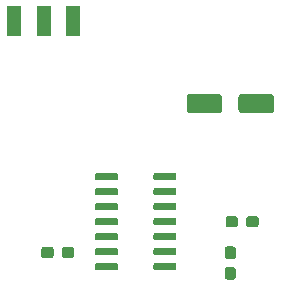
<source format=gbr>
G04 #@! TF.GenerationSoftware,KiCad,Pcbnew,(5.1.4-0-10_14)*
G04 #@! TF.CreationDate,2019-09-30T00:54:37+02:00*
G04 #@! TF.ProjectId,APC,4150432e-6b69-4636-9164-5f7063625858,rev?*
G04 #@! TF.SameCoordinates,Original*
G04 #@! TF.FileFunction,Paste,Top*
G04 #@! TF.FilePolarity,Positive*
%FSLAX46Y46*%
G04 Gerber Fmt 4.6, Leading zero omitted, Abs format (unit mm)*
G04 Created by KiCad (PCBNEW (5.1.4-0-10_14)) date 2019-09-30 00:54:37*
%MOMM*%
%LPD*%
G04 APERTURE LIST*
%ADD10C,0.100000*%
%ADD11C,0.600000*%
%ADD12R,1.250000X2.500000*%
%ADD13C,0.950000*%
%ADD14C,1.600000*%
G04 APERTURE END LIST*
D10*
G36*
X138364703Y-73510722D02*
G01*
X138379264Y-73512882D01*
X138393543Y-73516459D01*
X138407403Y-73521418D01*
X138420710Y-73527712D01*
X138433336Y-73535280D01*
X138445159Y-73544048D01*
X138456066Y-73553934D01*
X138465952Y-73564841D01*
X138474720Y-73576664D01*
X138482288Y-73589290D01*
X138488582Y-73602597D01*
X138493541Y-73616457D01*
X138497118Y-73630736D01*
X138499278Y-73645297D01*
X138500000Y-73660000D01*
X138500000Y-73960000D01*
X138499278Y-73974703D01*
X138497118Y-73989264D01*
X138493541Y-74003543D01*
X138488582Y-74017403D01*
X138482288Y-74030710D01*
X138474720Y-74043336D01*
X138465952Y-74055159D01*
X138456066Y-74066066D01*
X138445159Y-74075952D01*
X138433336Y-74084720D01*
X138420710Y-74092288D01*
X138407403Y-74098582D01*
X138393543Y-74103541D01*
X138379264Y-74107118D01*
X138364703Y-74109278D01*
X138350000Y-74110000D01*
X136700000Y-74110000D01*
X136685297Y-74109278D01*
X136670736Y-74107118D01*
X136656457Y-74103541D01*
X136642597Y-74098582D01*
X136629290Y-74092288D01*
X136616664Y-74084720D01*
X136604841Y-74075952D01*
X136593934Y-74066066D01*
X136584048Y-74055159D01*
X136575280Y-74043336D01*
X136567712Y-74030710D01*
X136561418Y-74017403D01*
X136556459Y-74003543D01*
X136552882Y-73989264D01*
X136550722Y-73974703D01*
X136550000Y-73960000D01*
X136550000Y-73660000D01*
X136550722Y-73645297D01*
X136552882Y-73630736D01*
X136556459Y-73616457D01*
X136561418Y-73602597D01*
X136567712Y-73589290D01*
X136575280Y-73576664D01*
X136584048Y-73564841D01*
X136593934Y-73553934D01*
X136604841Y-73544048D01*
X136616664Y-73535280D01*
X136629290Y-73527712D01*
X136642597Y-73521418D01*
X136656457Y-73516459D01*
X136670736Y-73512882D01*
X136685297Y-73510722D01*
X136700000Y-73510000D01*
X138350000Y-73510000D01*
X138364703Y-73510722D01*
X138364703Y-73510722D01*
G37*
D11*
X137525000Y-73810000D03*
D10*
G36*
X138364703Y-72240722D02*
G01*
X138379264Y-72242882D01*
X138393543Y-72246459D01*
X138407403Y-72251418D01*
X138420710Y-72257712D01*
X138433336Y-72265280D01*
X138445159Y-72274048D01*
X138456066Y-72283934D01*
X138465952Y-72294841D01*
X138474720Y-72306664D01*
X138482288Y-72319290D01*
X138488582Y-72332597D01*
X138493541Y-72346457D01*
X138497118Y-72360736D01*
X138499278Y-72375297D01*
X138500000Y-72390000D01*
X138500000Y-72690000D01*
X138499278Y-72704703D01*
X138497118Y-72719264D01*
X138493541Y-72733543D01*
X138488582Y-72747403D01*
X138482288Y-72760710D01*
X138474720Y-72773336D01*
X138465952Y-72785159D01*
X138456066Y-72796066D01*
X138445159Y-72805952D01*
X138433336Y-72814720D01*
X138420710Y-72822288D01*
X138407403Y-72828582D01*
X138393543Y-72833541D01*
X138379264Y-72837118D01*
X138364703Y-72839278D01*
X138350000Y-72840000D01*
X136700000Y-72840000D01*
X136685297Y-72839278D01*
X136670736Y-72837118D01*
X136656457Y-72833541D01*
X136642597Y-72828582D01*
X136629290Y-72822288D01*
X136616664Y-72814720D01*
X136604841Y-72805952D01*
X136593934Y-72796066D01*
X136584048Y-72785159D01*
X136575280Y-72773336D01*
X136567712Y-72760710D01*
X136561418Y-72747403D01*
X136556459Y-72733543D01*
X136552882Y-72719264D01*
X136550722Y-72704703D01*
X136550000Y-72690000D01*
X136550000Y-72390000D01*
X136550722Y-72375297D01*
X136552882Y-72360736D01*
X136556459Y-72346457D01*
X136561418Y-72332597D01*
X136567712Y-72319290D01*
X136575280Y-72306664D01*
X136584048Y-72294841D01*
X136593934Y-72283934D01*
X136604841Y-72274048D01*
X136616664Y-72265280D01*
X136629290Y-72257712D01*
X136642597Y-72251418D01*
X136656457Y-72246459D01*
X136670736Y-72242882D01*
X136685297Y-72240722D01*
X136700000Y-72240000D01*
X138350000Y-72240000D01*
X138364703Y-72240722D01*
X138364703Y-72240722D01*
G37*
D11*
X137525000Y-72540000D03*
D10*
G36*
X138364703Y-70970722D02*
G01*
X138379264Y-70972882D01*
X138393543Y-70976459D01*
X138407403Y-70981418D01*
X138420710Y-70987712D01*
X138433336Y-70995280D01*
X138445159Y-71004048D01*
X138456066Y-71013934D01*
X138465952Y-71024841D01*
X138474720Y-71036664D01*
X138482288Y-71049290D01*
X138488582Y-71062597D01*
X138493541Y-71076457D01*
X138497118Y-71090736D01*
X138499278Y-71105297D01*
X138500000Y-71120000D01*
X138500000Y-71420000D01*
X138499278Y-71434703D01*
X138497118Y-71449264D01*
X138493541Y-71463543D01*
X138488582Y-71477403D01*
X138482288Y-71490710D01*
X138474720Y-71503336D01*
X138465952Y-71515159D01*
X138456066Y-71526066D01*
X138445159Y-71535952D01*
X138433336Y-71544720D01*
X138420710Y-71552288D01*
X138407403Y-71558582D01*
X138393543Y-71563541D01*
X138379264Y-71567118D01*
X138364703Y-71569278D01*
X138350000Y-71570000D01*
X136700000Y-71570000D01*
X136685297Y-71569278D01*
X136670736Y-71567118D01*
X136656457Y-71563541D01*
X136642597Y-71558582D01*
X136629290Y-71552288D01*
X136616664Y-71544720D01*
X136604841Y-71535952D01*
X136593934Y-71526066D01*
X136584048Y-71515159D01*
X136575280Y-71503336D01*
X136567712Y-71490710D01*
X136561418Y-71477403D01*
X136556459Y-71463543D01*
X136552882Y-71449264D01*
X136550722Y-71434703D01*
X136550000Y-71420000D01*
X136550000Y-71120000D01*
X136550722Y-71105297D01*
X136552882Y-71090736D01*
X136556459Y-71076457D01*
X136561418Y-71062597D01*
X136567712Y-71049290D01*
X136575280Y-71036664D01*
X136584048Y-71024841D01*
X136593934Y-71013934D01*
X136604841Y-71004048D01*
X136616664Y-70995280D01*
X136629290Y-70987712D01*
X136642597Y-70981418D01*
X136656457Y-70976459D01*
X136670736Y-70972882D01*
X136685297Y-70970722D01*
X136700000Y-70970000D01*
X138350000Y-70970000D01*
X138364703Y-70970722D01*
X138364703Y-70970722D01*
G37*
D11*
X137525000Y-71270000D03*
D10*
G36*
X138364703Y-69700722D02*
G01*
X138379264Y-69702882D01*
X138393543Y-69706459D01*
X138407403Y-69711418D01*
X138420710Y-69717712D01*
X138433336Y-69725280D01*
X138445159Y-69734048D01*
X138456066Y-69743934D01*
X138465952Y-69754841D01*
X138474720Y-69766664D01*
X138482288Y-69779290D01*
X138488582Y-69792597D01*
X138493541Y-69806457D01*
X138497118Y-69820736D01*
X138499278Y-69835297D01*
X138500000Y-69850000D01*
X138500000Y-70150000D01*
X138499278Y-70164703D01*
X138497118Y-70179264D01*
X138493541Y-70193543D01*
X138488582Y-70207403D01*
X138482288Y-70220710D01*
X138474720Y-70233336D01*
X138465952Y-70245159D01*
X138456066Y-70256066D01*
X138445159Y-70265952D01*
X138433336Y-70274720D01*
X138420710Y-70282288D01*
X138407403Y-70288582D01*
X138393543Y-70293541D01*
X138379264Y-70297118D01*
X138364703Y-70299278D01*
X138350000Y-70300000D01*
X136700000Y-70300000D01*
X136685297Y-70299278D01*
X136670736Y-70297118D01*
X136656457Y-70293541D01*
X136642597Y-70288582D01*
X136629290Y-70282288D01*
X136616664Y-70274720D01*
X136604841Y-70265952D01*
X136593934Y-70256066D01*
X136584048Y-70245159D01*
X136575280Y-70233336D01*
X136567712Y-70220710D01*
X136561418Y-70207403D01*
X136556459Y-70193543D01*
X136552882Y-70179264D01*
X136550722Y-70164703D01*
X136550000Y-70150000D01*
X136550000Y-69850000D01*
X136550722Y-69835297D01*
X136552882Y-69820736D01*
X136556459Y-69806457D01*
X136561418Y-69792597D01*
X136567712Y-69779290D01*
X136575280Y-69766664D01*
X136584048Y-69754841D01*
X136593934Y-69743934D01*
X136604841Y-69734048D01*
X136616664Y-69725280D01*
X136629290Y-69717712D01*
X136642597Y-69711418D01*
X136656457Y-69706459D01*
X136670736Y-69702882D01*
X136685297Y-69700722D01*
X136700000Y-69700000D01*
X138350000Y-69700000D01*
X138364703Y-69700722D01*
X138364703Y-69700722D01*
G37*
D11*
X137525000Y-70000000D03*
D10*
G36*
X138364703Y-68430722D02*
G01*
X138379264Y-68432882D01*
X138393543Y-68436459D01*
X138407403Y-68441418D01*
X138420710Y-68447712D01*
X138433336Y-68455280D01*
X138445159Y-68464048D01*
X138456066Y-68473934D01*
X138465952Y-68484841D01*
X138474720Y-68496664D01*
X138482288Y-68509290D01*
X138488582Y-68522597D01*
X138493541Y-68536457D01*
X138497118Y-68550736D01*
X138499278Y-68565297D01*
X138500000Y-68580000D01*
X138500000Y-68880000D01*
X138499278Y-68894703D01*
X138497118Y-68909264D01*
X138493541Y-68923543D01*
X138488582Y-68937403D01*
X138482288Y-68950710D01*
X138474720Y-68963336D01*
X138465952Y-68975159D01*
X138456066Y-68986066D01*
X138445159Y-68995952D01*
X138433336Y-69004720D01*
X138420710Y-69012288D01*
X138407403Y-69018582D01*
X138393543Y-69023541D01*
X138379264Y-69027118D01*
X138364703Y-69029278D01*
X138350000Y-69030000D01*
X136700000Y-69030000D01*
X136685297Y-69029278D01*
X136670736Y-69027118D01*
X136656457Y-69023541D01*
X136642597Y-69018582D01*
X136629290Y-69012288D01*
X136616664Y-69004720D01*
X136604841Y-68995952D01*
X136593934Y-68986066D01*
X136584048Y-68975159D01*
X136575280Y-68963336D01*
X136567712Y-68950710D01*
X136561418Y-68937403D01*
X136556459Y-68923543D01*
X136552882Y-68909264D01*
X136550722Y-68894703D01*
X136550000Y-68880000D01*
X136550000Y-68580000D01*
X136550722Y-68565297D01*
X136552882Y-68550736D01*
X136556459Y-68536457D01*
X136561418Y-68522597D01*
X136567712Y-68509290D01*
X136575280Y-68496664D01*
X136584048Y-68484841D01*
X136593934Y-68473934D01*
X136604841Y-68464048D01*
X136616664Y-68455280D01*
X136629290Y-68447712D01*
X136642597Y-68441418D01*
X136656457Y-68436459D01*
X136670736Y-68432882D01*
X136685297Y-68430722D01*
X136700000Y-68430000D01*
X138350000Y-68430000D01*
X138364703Y-68430722D01*
X138364703Y-68430722D01*
G37*
D11*
X137525000Y-68730000D03*
D10*
G36*
X138364703Y-67160722D02*
G01*
X138379264Y-67162882D01*
X138393543Y-67166459D01*
X138407403Y-67171418D01*
X138420710Y-67177712D01*
X138433336Y-67185280D01*
X138445159Y-67194048D01*
X138456066Y-67203934D01*
X138465952Y-67214841D01*
X138474720Y-67226664D01*
X138482288Y-67239290D01*
X138488582Y-67252597D01*
X138493541Y-67266457D01*
X138497118Y-67280736D01*
X138499278Y-67295297D01*
X138500000Y-67310000D01*
X138500000Y-67610000D01*
X138499278Y-67624703D01*
X138497118Y-67639264D01*
X138493541Y-67653543D01*
X138488582Y-67667403D01*
X138482288Y-67680710D01*
X138474720Y-67693336D01*
X138465952Y-67705159D01*
X138456066Y-67716066D01*
X138445159Y-67725952D01*
X138433336Y-67734720D01*
X138420710Y-67742288D01*
X138407403Y-67748582D01*
X138393543Y-67753541D01*
X138379264Y-67757118D01*
X138364703Y-67759278D01*
X138350000Y-67760000D01*
X136700000Y-67760000D01*
X136685297Y-67759278D01*
X136670736Y-67757118D01*
X136656457Y-67753541D01*
X136642597Y-67748582D01*
X136629290Y-67742288D01*
X136616664Y-67734720D01*
X136604841Y-67725952D01*
X136593934Y-67716066D01*
X136584048Y-67705159D01*
X136575280Y-67693336D01*
X136567712Y-67680710D01*
X136561418Y-67667403D01*
X136556459Y-67653543D01*
X136552882Y-67639264D01*
X136550722Y-67624703D01*
X136550000Y-67610000D01*
X136550000Y-67310000D01*
X136550722Y-67295297D01*
X136552882Y-67280736D01*
X136556459Y-67266457D01*
X136561418Y-67252597D01*
X136567712Y-67239290D01*
X136575280Y-67226664D01*
X136584048Y-67214841D01*
X136593934Y-67203934D01*
X136604841Y-67194048D01*
X136616664Y-67185280D01*
X136629290Y-67177712D01*
X136642597Y-67171418D01*
X136656457Y-67166459D01*
X136670736Y-67162882D01*
X136685297Y-67160722D01*
X136700000Y-67160000D01*
X138350000Y-67160000D01*
X138364703Y-67160722D01*
X138364703Y-67160722D01*
G37*
D11*
X137525000Y-67460000D03*
D10*
G36*
X138364703Y-65890722D02*
G01*
X138379264Y-65892882D01*
X138393543Y-65896459D01*
X138407403Y-65901418D01*
X138420710Y-65907712D01*
X138433336Y-65915280D01*
X138445159Y-65924048D01*
X138456066Y-65933934D01*
X138465952Y-65944841D01*
X138474720Y-65956664D01*
X138482288Y-65969290D01*
X138488582Y-65982597D01*
X138493541Y-65996457D01*
X138497118Y-66010736D01*
X138499278Y-66025297D01*
X138500000Y-66040000D01*
X138500000Y-66340000D01*
X138499278Y-66354703D01*
X138497118Y-66369264D01*
X138493541Y-66383543D01*
X138488582Y-66397403D01*
X138482288Y-66410710D01*
X138474720Y-66423336D01*
X138465952Y-66435159D01*
X138456066Y-66446066D01*
X138445159Y-66455952D01*
X138433336Y-66464720D01*
X138420710Y-66472288D01*
X138407403Y-66478582D01*
X138393543Y-66483541D01*
X138379264Y-66487118D01*
X138364703Y-66489278D01*
X138350000Y-66490000D01*
X136700000Y-66490000D01*
X136685297Y-66489278D01*
X136670736Y-66487118D01*
X136656457Y-66483541D01*
X136642597Y-66478582D01*
X136629290Y-66472288D01*
X136616664Y-66464720D01*
X136604841Y-66455952D01*
X136593934Y-66446066D01*
X136584048Y-66435159D01*
X136575280Y-66423336D01*
X136567712Y-66410710D01*
X136561418Y-66397403D01*
X136556459Y-66383543D01*
X136552882Y-66369264D01*
X136550722Y-66354703D01*
X136550000Y-66340000D01*
X136550000Y-66040000D01*
X136550722Y-66025297D01*
X136552882Y-66010736D01*
X136556459Y-65996457D01*
X136561418Y-65982597D01*
X136567712Y-65969290D01*
X136575280Y-65956664D01*
X136584048Y-65944841D01*
X136593934Y-65933934D01*
X136604841Y-65924048D01*
X136616664Y-65915280D01*
X136629290Y-65907712D01*
X136642597Y-65901418D01*
X136656457Y-65896459D01*
X136670736Y-65892882D01*
X136685297Y-65890722D01*
X136700000Y-65890000D01*
X138350000Y-65890000D01*
X138364703Y-65890722D01*
X138364703Y-65890722D01*
G37*
D11*
X137525000Y-66190000D03*
D10*
G36*
X143314703Y-65890722D02*
G01*
X143329264Y-65892882D01*
X143343543Y-65896459D01*
X143357403Y-65901418D01*
X143370710Y-65907712D01*
X143383336Y-65915280D01*
X143395159Y-65924048D01*
X143406066Y-65933934D01*
X143415952Y-65944841D01*
X143424720Y-65956664D01*
X143432288Y-65969290D01*
X143438582Y-65982597D01*
X143443541Y-65996457D01*
X143447118Y-66010736D01*
X143449278Y-66025297D01*
X143450000Y-66040000D01*
X143450000Y-66340000D01*
X143449278Y-66354703D01*
X143447118Y-66369264D01*
X143443541Y-66383543D01*
X143438582Y-66397403D01*
X143432288Y-66410710D01*
X143424720Y-66423336D01*
X143415952Y-66435159D01*
X143406066Y-66446066D01*
X143395159Y-66455952D01*
X143383336Y-66464720D01*
X143370710Y-66472288D01*
X143357403Y-66478582D01*
X143343543Y-66483541D01*
X143329264Y-66487118D01*
X143314703Y-66489278D01*
X143300000Y-66490000D01*
X141650000Y-66490000D01*
X141635297Y-66489278D01*
X141620736Y-66487118D01*
X141606457Y-66483541D01*
X141592597Y-66478582D01*
X141579290Y-66472288D01*
X141566664Y-66464720D01*
X141554841Y-66455952D01*
X141543934Y-66446066D01*
X141534048Y-66435159D01*
X141525280Y-66423336D01*
X141517712Y-66410710D01*
X141511418Y-66397403D01*
X141506459Y-66383543D01*
X141502882Y-66369264D01*
X141500722Y-66354703D01*
X141500000Y-66340000D01*
X141500000Y-66040000D01*
X141500722Y-66025297D01*
X141502882Y-66010736D01*
X141506459Y-65996457D01*
X141511418Y-65982597D01*
X141517712Y-65969290D01*
X141525280Y-65956664D01*
X141534048Y-65944841D01*
X141543934Y-65933934D01*
X141554841Y-65924048D01*
X141566664Y-65915280D01*
X141579290Y-65907712D01*
X141592597Y-65901418D01*
X141606457Y-65896459D01*
X141620736Y-65892882D01*
X141635297Y-65890722D01*
X141650000Y-65890000D01*
X143300000Y-65890000D01*
X143314703Y-65890722D01*
X143314703Y-65890722D01*
G37*
D11*
X142475000Y-66190000D03*
D10*
G36*
X143314703Y-67160722D02*
G01*
X143329264Y-67162882D01*
X143343543Y-67166459D01*
X143357403Y-67171418D01*
X143370710Y-67177712D01*
X143383336Y-67185280D01*
X143395159Y-67194048D01*
X143406066Y-67203934D01*
X143415952Y-67214841D01*
X143424720Y-67226664D01*
X143432288Y-67239290D01*
X143438582Y-67252597D01*
X143443541Y-67266457D01*
X143447118Y-67280736D01*
X143449278Y-67295297D01*
X143450000Y-67310000D01*
X143450000Y-67610000D01*
X143449278Y-67624703D01*
X143447118Y-67639264D01*
X143443541Y-67653543D01*
X143438582Y-67667403D01*
X143432288Y-67680710D01*
X143424720Y-67693336D01*
X143415952Y-67705159D01*
X143406066Y-67716066D01*
X143395159Y-67725952D01*
X143383336Y-67734720D01*
X143370710Y-67742288D01*
X143357403Y-67748582D01*
X143343543Y-67753541D01*
X143329264Y-67757118D01*
X143314703Y-67759278D01*
X143300000Y-67760000D01*
X141650000Y-67760000D01*
X141635297Y-67759278D01*
X141620736Y-67757118D01*
X141606457Y-67753541D01*
X141592597Y-67748582D01*
X141579290Y-67742288D01*
X141566664Y-67734720D01*
X141554841Y-67725952D01*
X141543934Y-67716066D01*
X141534048Y-67705159D01*
X141525280Y-67693336D01*
X141517712Y-67680710D01*
X141511418Y-67667403D01*
X141506459Y-67653543D01*
X141502882Y-67639264D01*
X141500722Y-67624703D01*
X141500000Y-67610000D01*
X141500000Y-67310000D01*
X141500722Y-67295297D01*
X141502882Y-67280736D01*
X141506459Y-67266457D01*
X141511418Y-67252597D01*
X141517712Y-67239290D01*
X141525280Y-67226664D01*
X141534048Y-67214841D01*
X141543934Y-67203934D01*
X141554841Y-67194048D01*
X141566664Y-67185280D01*
X141579290Y-67177712D01*
X141592597Y-67171418D01*
X141606457Y-67166459D01*
X141620736Y-67162882D01*
X141635297Y-67160722D01*
X141650000Y-67160000D01*
X143300000Y-67160000D01*
X143314703Y-67160722D01*
X143314703Y-67160722D01*
G37*
D11*
X142475000Y-67460000D03*
D10*
G36*
X143314703Y-68430722D02*
G01*
X143329264Y-68432882D01*
X143343543Y-68436459D01*
X143357403Y-68441418D01*
X143370710Y-68447712D01*
X143383336Y-68455280D01*
X143395159Y-68464048D01*
X143406066Y-68473934D01*
X143415952Y-68484841D01*
X143424720Y-68496664D01*
X143432288Y-68509290D01*
X143438582Y-68522597D01*
X143443541Y-68536457D01*
X143447118Y-68550736D01*
X143449278Y-68565297D01*
X143450000Y-68580000D01*
X143450000Y-68880000D01*
X143449278Y-68894703D01*
X143447118Y-68909264D01*
X143443541Y-68923543D01*
X143438582Y-68937403D01*
X143432288Y-68950710D01*
X143424720Y-68963336D01*
X143415952Y-68975159D01*
X143406066Y-68986066D01*
X143395159Y-68995952D01*
X143383336Y-69004720D01*
X143370710Y-69012288D01*
X143357403Y-69018582D01*
X143343543Y-69023541D01*
X143329264Y-69027118D01*
X143314703Y-69029278D01*
X143300000Y-69030000D01*
X141650000Y-69030000D01*
X141635297Y-69029278D01*
X141620736Y-69027118D01*
X141606457Y-69023541D01*
X141592597Y-69018582D01*
X141579290Y-69012288D01*
X141566664Y-69004720D01*
X141554841Y-68995952D01*
X141543934Y-68986066D01*
X141534048Y-68975159D01*
X141525280Y-68963336D01*
X141517712Y-68950710D01*
X141511418Y-68937403D01*
X141506459Y-68923543D01*
X141502882Y-68909264D01*
X141500722Y-68894703D01*
X141500000Y-68880000D01*
X141500000Y-68580000D01*
X141500722Y-68565297D01*
X141502882Y-68550736D01*
X141506459Y-68536457D01*
X141511418Y-68522597D01*
X141517712Y-68509290D01*
X141525280Y-68496664D01*
X141534048Y-68484841D01*
X141543934Y-68473934D01*
X141554841Y-68464048D01*
X141566664Y-68455280D01*
X141579290Y-68447712D01*
X141592597Y-68441418D01*
X141606457Y-68436459D01*
X141620736Y-68432882D01*
X141635297Y-68430722D01*
X141650000Y-68430000D01*
X143300000Y-68430000D01*
X143314703Y-68430722D01*
X143314703Y-68430722D01*
G37*
D11*
X142475000Y-68730000D03*
D10*
G36*
X143314703Y-69700722D02*
G01*
X143329264Y-69702882D01*
X143343543Y-69706459D01*
X143357403Y-69711418D01*
X143370710Y-69717712D01*
X143383336Y-69725280D01*
X143395159Y-69734048D01*
X143406066Y-69743934D01*
X143415952Y-69754841D01*
X143424720Y-69766664D01*
X143432288Y-69779290D01*
X143438582Y-69792597D01*
X143443541Y-69806457D01*
X143447118Y-69820736D01*
X143449278Y-69835297D01*
X143450000Y-69850000D01*
X143450000Y-70150000D01*
X143449278Y-70164703D01*
X143447118Y-70179264D01*
X143443541Y-70193543D01*
X143438582Y-70207403D01*
X143432288Y-70220710D01*
X143424720Y-70233336D01*
X143415952Y-70245159D01*
X143406066Y-70256066D01*
X143395159Y-70265952D01*
X143383336Y-70274720D01*
X143370710Y-70282288D01*
X143357403Y-70288582D01*
X143343543Y-70293541D01*
X143329264Y-70297118D01*
X143314703Y-70299278D01*
X143300000Y-70300000D01*
X141650000Y-70300000D01*
X141635297Y-70299278D01*
X141620736Y-70297118D01*
X141606457Y-70293541D01*
X141592597Y-70288582D01*
X141579290Y-70282288D01*
X141566664Y-70274720D01*
X141554841Y-70265952D01*
X141543934Y-70256066D01*
X141534048Y-70245159D01*
X141525280Y-70233336D01*
X141517712Y-70220710D01*
X141511418Y-70207403D01*
X141506459Y-70193543D01*
X141502882Y-70179264D01*
X141500722Y-70164703D01*
X141500000Y-70150000D01*
X141500000Y-69850000D01*
X141500722Y-69835297D01*
X141502882Y-69820736D01*
X141506459Y-69806457D01*
X141511418Y-69792597D01*
X141517712Y-69779290D01*
X141525280Y-69766664D01*
X141534048Y-69754841D01*
X141543934Y-69743934D01*
X141554841Y-69734048D01*
X141566664Y-69725280D01*
X141579290Y-69717712D01*
X141592597Y-69711418D01*
X141606457Y-69706459D01*
X141620736Y-69702882D01*
X141635297Y-69700722D01*
X141650000Y-69700000D01*
X143300000Y-69700000D01*
X143314703Y-69700722D01*
X143314703Y-69700722D01*
G37*
D11*
X142475000Y-70000000D03*
D10*
G36*
X143314703Y-70970722D02*
G01*
X143329264Y-70972882D01*
X143343543Y-70976459D01*
X143357403Y-70981418D01*
X143370710Y-70987712D01*
X143383336Y-70995280D01*
X143395159Y-71004048D01*
X143406066Y-71013934D01*
X143415952Y-71024841D01*
X143424720Y-71036664D01*
X143432288Y-71049290D01*
X143438582Y-71062597D01*
X143443541Y-71076457D01*
X143447118Y-71090736D01*
X143449278Y-71105297D01*
X143450000Y-71120000D01*
X143450000Y-71420000D01*
X143449278Y-71434703D01*
X143447118Y-71449264D01*
X143443541Y-71463543D01*
X143438582Y-71477403D01*
X143432288Y-71490710D01*
X143424720Y-71503336D01*
X143415952Y-71515159D01*
X143406066Y-71526066D01*
X143395159Y-71535952D01*
X143383336Y-71544720D01*
X143370710Y-71552288D01*
X143357403Y-71558582D01*
X143343543Y-71563541D01*
X143329264Y-71567118D01*
X143314703Y-71569278D01*
X143300000Y-71570000D01*
X141650000Y-71570000D01*
X141635297Y-71569278D01*
X141620736Y-71567118D01*
X141606457Y-71563541D01*
X141592597Y-71558582D01*
X141579290Y-71552288D01*
X141566664Y-71544720D01*
X141554841Y-71535952D01*
X141543934Y-71526066D01*
X141534048Y-71515159D01*
X141525280Y-71503336D01*
X141517712Y-71490710D01*
X141511418Y-71477403D01*
X141506459Y-71463543D01*
X141502882Y-71449264D01*
X141500722Y-71434703D01*
X141500000Y-71420000D01*
X141500000Y-71120000D01*
X141500722Y-71105297D01*
X141502882Y-71090736D01*
X141506459Y-71076457D01*
X141511418Y-71062597D01*
X141517712Y-71049290D01*
X141525280Y-71036664D01*
X141534048Y-71024841D01*
X141543934Y-71013934D01*
X141554841Y-71004048D01*
X141566664Y-70995280D01*
X141579290Y-70987712D01*
X141592597Y-70981418D01*
X141606457Y-70976459D01*
X141620736Y-70972882D01*
X141635297Y-70970722D01*
X141650000Y-70970000D01*
X143300000Y-70970000D01*
X143314703Y-70970722D01*
X143314703Y-70970722D01*
G37*
D11*
X142475000Y-71270000D03*
D10*
G36*
X143314703Y-72240722D02*
G01*
X143329264Y-72242882D01*
X143343543Y-72246459D01*
X143357403Y-72251418D01*
X143370710Y-72257712D01*
X143383336Y-72265280D01*
X143395159Y-72274048D01*
X143406066Y-72283934D01*
X143415952Y-72294841D01*
X143424720Y-72306664D01*
X143432288Y-72319290D01*
X143438582Y-72332597D01*
X143443541Y-72346457D01*
X143447118Y-72360736D01*
X143449278Y-72375297D01*
X143450000Y-72390000D01*
X143450000Y-72690000D01*
X143449278Y-72704703D01*
X143447118Y-72719264D01*
X143443541Y-72733543D01*
X143438582Y-72747403D01*
X143432288Y-72760710D01*
X143424720Y-72773336D01*
X143415952Y-72785159D01*
X143406066Y-72796066D01*
X143395159Y-72805952D01*
X143383336Y-72814720D01*
X143370710Y-72822288D01*
X143357403Y-72828582D01*
X143343543Y-72833541D01*
X143329264Y-72837118D01*
X143314703Y-72839278D01*
X143300000Y-72840000D01*
X141650000Y-72840000D01*
X141635297Y-72839278D01*
X141620736Y-72837118D01*
X141606457Y-72833541D01*
X141592597Y-72828582D01*
X141579290Y-72822288D01*
X141566664Y-72814720D01*
X141554841Y-72805952D01*
X141543934Y-72796066D01*
X141534048Y-72785159D01*
X141525280Y-72773336D01*
X141517712Y-72760710D01*
X141511418Y-72747403D01*
X141506459Y-72733543D01*
X141502882Y-72719264D01*
X141500722Y-72704703D01*
X141500000Y-72690000D01*
X141500000Y-72390000D01*
X141500722Y-72375297D01*
X141502882Y-72360736D01*
X141506459Y-72346457D01*
X141511418Y-72332597D01*
X141517712Y-72319290D01*
X141525280Y-72306664D01*
X141534048Y-72294841D01*
X141543934Y-72283934D01*
X141554841Y-72274048D01*
X141566664Y-72265280D01*
X141579290Y-72257712D01*
X141592597Y-72251418D01*
X141606457Y-72246459D01*
X141620736Y-72242882D01*
X141635297Y-72240722D01*
X141650000Y-72240000D01*
X143300000Y-72240000D01*
X143314703Y-72240722D01*
X143314703Y-72240722D01*
G37*
D11*
X142475000Y-72540000D03*
D10*
G36*
X143314703Y-73510722D02*
G01*
X143329264Y-73512882D01*
X143343543Y-73516459D01*
X143357403Y-73521418D01*
X143370710Y-73527712D01*
X143383336Y-73535280D01*
X143395159Y-73544048D01*
X143406066Y-73553934D01*
X143415952Y-73564841D01*
X143424720Y-73576664D01*
X143432288Y-73589290D01*
X143438582Y-73602597D01*
X143443541Y-73616457D01*
X143447118Y-73630736D01*
X143449278Y-73645297D01*
X143450000Y-73660000D01*
X143450000Y-73960000D01*
X143449278Y-73974703D01*
X143447118Y-73989264D01*
X143443541Y-74003543D01*
X143438582Y-74017403D01*
X143432288Y-74030710D01*
X143424720Y-74043336D01*
X143415952Y-74055159D01*
X143406066Y-74066066D01*
X143395159Y-74075952D01*
X143383336Y-74084720D01*
X143370710Y-74092288D01*
X143357403Y-74098582D01*
X143343543Y-74103541D01*
X143329264Y-74107118D01*
X143314703Y-74109278D01*
X143300000Y-74110000D01*
X141650000Y-74110000D01*
X141635297Y-74109278D01*
X141620736Y-74107118D01*
X141606457Y-74103541D01*
X141592597Y-74098582D01*
X141579290Y-74092288D01*
X141566664Y-74084720D01*
X141554841Y-74075952D01*
X141543934Y-74066066D01*
X141534048Y-74055159D01*
X141525280Y-74043336D01*
X141517712Y-74030710D01*
X141511418Y-74017403D01*
X141506459Y-74003543D01*
X141502882Y-73989264D01*
X141500722Y-73974703D01*
X141500000Y-73960000D01*
X141500000Y-73660000D01*
X141500722Y-73645297D01*
X141502882Y-73630736D01*
X141506459Y-73616457D01*
X141511418Y-73602597D01*
X141517712Y-73589290D01*
X141525280Y-73576664D01*
X141534048Y-73564841D01*
X141543934Y-73553934D01*
X141554841Y-73544048D01*
X141566664Y-73535280D01*
X141579290Y-73527712D01*
X141592597Y-73521418D01*
X141606457Y-73516459D01*
X141620736Y-73512882D01*
X141635297Y-73510722D01*
X141650000Y-73510000D01*
X143300000Y-73510000D01*
X143314703Y-73510722D01*
X143314703Y-73510722D01*
G37*
D11*
X142475000Y-73810000D03*
D12*
X129700000Y-53050000D03*
X132200000Y-53050000D03*
X134700000Y-53050000D03*
D10*
G36*
X148260779Y-72101144D02*
G01*
X148283834Y-72104563D01*
X148306443Y-72110227D01*
X148328387Y-72118079D01*
X148349457Y-72128044D01*
X148369448Y-72140026D01*
X148388168Y-72153910D01*
X148405438Y-72169562D01*
X148421090Y-72186832D01*
X148434974Y-72205552D01*
X148446956Y-72225543D01*
X148456921Y-72246613D01*
X148464773Y-72268557D01*
X148470437Y-72291166D01*
X148473856Y-72314221D01*
X148475000Y-72337500D01*
X148475000Y-72912500D01*
X148473856Y-72935779D01*
X148470437Y-72958834D01*
X148464773Y-72981443D01*
X148456921Y-73003387D01*
X148446956Y-73024457D01*
X148434974Y-73044448D01*
X148421090Y-73063168D01*
X148405438Y-73080438D01*
X148388168Y-73096090D01*
X148369448Y-73109974D01*
X148349457Y-73121956D01*
X148328387Y-73131921D01*
X148306443Y-73139773D01*
X148283834Y-73145437D01*
X148260779Y-73148856D01*
X148237500Y-73150000D01*
X147762500Y-73150000D01*
X147739221Y-73148856D01*
X147716166Y-73145437D01*
X147693557Y-73139773D01*
X147671613Y-73131921D01*
X147650543Y-73121956D01*
X147630552Y-73109974D01*
X147611832Y-73096090D01*
X147594562Y-73080438D01*
X147578910Y-73063168D01*
X147565026Y-73044448D01*
X147553044Y-73024457D01*
X147543079Y-73003387D01*
X147535227Y-72981443D01*
X147529563Y-72958834D01*
X147526144Y-72935779D01*
X147525000Y-72912500D01*
X147525000Y-72337500D01*
X147526144Y-72314221D01*
X147529563Y-72291166D01*
X147535227Y-72268557D01*
X147543079Y-72246613D01*
X147553044Y-72225543D01*
X147565026Y-72205552D01*
X147578910Y-72186832D01*
X147594562Y-72169562D01*
X147611832Y-72153910D01*
X147630552Y-72140026D01*
X147650543Y-72128044D01*
X147671613Y-72118079D01*
X147693557Y-72110227D01*
X147716166Y-72104563D01*
X147739221Y-72101144D01*
X147762500Y-72100000D01*
X148237500Y-72100000D01*
X148260779Y-72101144D01*
X148260779Y-72101144D01*
G37*
D13*
X148000000Y-72625000D03*
D10*
G36*
X148260779Y-73851144D02*
G01*
X148283834Y-73854563D01*
X148306443Y-73860227D01*
X148328387Y-73868079D01*
X148349457Y-73878044D01*
X148369448Y-73890026D01*
X148388168Y-73903910D01*
X148405438Y-73919562D01*
X148421090Y-73936832D01*
X148434974Y-73955552D01*
X148446956Y-73975543D01*
X148456921Y-73996613D01*
X148464773Y-74018557D01*
X148470437Y-74041166D01*
X148473856Y-74064221D01*
X148475000Y-74087500D01*
X148475000Y-74662500D01*
X148473856Y-74685779D01*
X148470437Y-74708834D01*
X148464773Y-74731443D01*
X148456921Y-74753387D01*
X148446956Y-74774457D01*
X148434974Y-74794448D01*
X148421090Y-74813168D01*
X148405438Y-74830438D01*
X148388168Y-74846090D01*
X148369448Y-74859974D01*
X148349457Y-74871956D01*
X148328387Y-74881921D01*
X148306443Y-74889773D01*
X148283834Y-74895437D01*
X148260779Y-74898856D01*
X148237500Y-74900000D01*
X147762500Y-74900000D01*
X147739221Y-74898856D01*
X147716166Y-74895437D01*
X147693557Y-74889773D01*
X147671613Y-74881921D01*
X147650543Y-74871956D01*
X147630552Y-74859974D01*
X147611832Y-74846090D01*
X147594562Y-74830438D01*
X147578910Y-74813168D01*
X147565026Y-74794448D01*
X147553044Y-74774457D01*
X147543079Y-74753387D01*
X147535227Y-74731443D01*
X147529563Y-74708834D01*
X147526144Y-74685779D01*
X147525000Y-74662500D01*
X147525000Y-74087500D01*
X147526144Y-74064221D01*
X147529563Y-74041166D01*
X147535227Y-74018557D01*
X147543079Y-73996613D01*
X147553044Y-73975543D01*
X147565026Y-73955552D01*
X147578910Y-73936832D01*
X147594562Y-73919562D01*
X147611832Y-73903910D01*
X147630552Y-73890026D01*
X147650543Y-73878044D01*
X147671613Y-73868079D01*
X147693557Y-73860227D01*
X147716166Y-73854563D01*
X147739221Y-73851144D01*
X147762500Y-73850000D01*
X148237500Y-73850000D01*
X148260779Y-73851144D01*
X148260779Y-73851144D01*
G37*
D13*
X148000000Y-74375000D03*
D10*
G36*
X147074504Y-59201204D02*
G01*
X147098773Y-59204804D01*
X147122571Y-59210765D01*
X147145671Y-59219030D01*
X147167849Y-59229520D01*
X147188893Y-59242133D01*
X147208598Y-59256747D01*
X147226777Y-59273223D01*
X147243253Y-59291402D01*
X147257867Y-59311107D01*
X147270480Y-59332151D01*
X147280970Y-59354329D01*
X147289235Y-59377429D01*
X147295196Y-59401227D01*
X147298796Y-59425496D01*
X147300000Y-59450000D01*
X147300000Y-60550000D01*
X147298796Y-60574504D01*
X147295196Y-60598773D01*
X147289235Y-60622571D01*
X147280970Y-60645671D01*
X147270480Y-60667849D01*
X147257867Y-60688893D01*
X147243253Y-60708598D01*
X147226777Y-60726777D01*
X147208598Y-60743253D01*
X147188893Y-60757867D01*
X147167849Y-60770480D01*
X147145671Y-60780970D01*
X147122571Y-60789235D01*
X147098773Y-60795196D01*
X147074504Y-60798796D01*
X147050000Y-60800000D01*
X144550000Y-60800000D01*
X144525496Y-60798796D01*
X144501227Y-60795196D01*
X144477429Y-60789235D01*
X144454329Y-60780970D01*
X144432151Y-60770480D01*
X144411107Y-60757867D01*
X144391402Y-60743253D01*
X144373223Y-60726777D01*
X144356747Y-60708598D01*
X144342133Y-60688893D01*
X144329520Y-60667849D01*
X144319030Y-60645671D01*
X144310765Y-60622571D01*
X144304804Y-60598773D01*
X144301204Y-60574504D01*
X144300000Y-60550000D01*
X144300000Y-59450000D01*
X144301204Y-59425496D01*
X144304804Y-59401227D01*
X144310765Y-59377429D01*
X144319030Y-59354329D01*
X144329520Y-59332151D01*
X144342133Y-59311107D01*
X144356747Y-59291402D01*
X144373223Y-59273223D01*
X144391402Y-59256747D01*
X144411107Y-59242133D01*
X144432151Y-59229520D01*
X144454329Y-59219030D01*
X144477429Y-59210765D01*
X144501227Y-59204804D01*
X144525496Y-59201204D01*
X144550000Y-59200000D01*
X147050000Y-59200000D01*
X147074504Y-59201204D01*
X147074504Y-59201204D01*
G37*
D14*
X145800000Y-60000000D03*
D10*
G36*
X151474504Y-59201204D02*
G01*
X151498773Y-59204804D01*
X151522571Y-59210765D01*
X151545671Y-59219030D01*
X151567849Y-59229520D01*
X151588893Y-59242133D01*
X151608598Y-59256747D01*
X151626777Y-59273223D01*
X151643253Y-59291402D01*
X151657867Y-59311107D01*
X151670480Y-59332151D01*
X151680970Y-59354329D01*
X151689235Y-59377429D01*
X151695196Y-59401227D01*
X151698796Y-59425496D01*
X151700000Y-59450000D01*
X151700000Y-60550000D01*
X151698796Y-60574504D01*
X151695196Y-60598773D01*
X151689235Y-60622571D01*
X151680970Y-60645671D01*
X151670480Y-60667849D01*
X151657867Y-60688893D01*
X151643253Y-60708598D01*
X151626777Y-60726777D01*
X151608598Y-60743253D01*
X151588893Y-60757867D01*
X151567849Y-60770480D01*
X151545671Y-60780970D01*
X151522571Y-60789235D01*
X151498773Y-60795196D01*
X151474504Y-60798796D01*
X151450000Y-60800000D01*
X148950000Y-60800000D01*
X148925496Y-60798796D01*
X148901227Y-60795196D01*
X148877429Y-60789235D01*
X148854329Y-60780970D01*
X148832151Y-60770480D01*
X148811107Y-60757867D01*
X148791402Y-60743253D01*
X148773223Y-60726777D01*
X148756747Y-60708598D01*
X148742133Y-60688893D01*
X148729520Y-60667849D01*
X148719030Y-60645671D01*
X148710765Y-60622571D01*
X148704804Y-60598773D01*
X148701204Y-60574504D01*
X148700000Y-60550000D01*
X148700000Y-59450000D01*
X148701204Y-59425496D01*
X148704804Y-59401227D01*
X148710765Y-59377429D01*
X148719030Y-59354329D01*
X148729520Y-59332151D01*
X148742133Y-59311107D01*
X148756747Y-59291402D01*
X148773223Y-59273223D01*
X148791402Y-59256747D01*
X148811107Y-59242133D01*
X148832151Y-59229520D01*
X148854329Y-59219030D01*
X148877429Y-59210765D01*
X148901227Y-59204804D01*
X148925496Y-59201204D01*
X148950000Y-59200000D01*
X151450000Y-59200000D01*
X151474504Y-59201204D01*
X151474504Y-59201204D01*
G37*
D14*
X150200000Y-60000000D03*
D10*
G36*
X132835779Y-72126144D02*
G01*
X132858834Y-72129563D01*
X132881443Y-72135227D01*
X132903387Y-72143079D01*
X132924457Y-72153044D01*
X132944448Y-72165026D01*
X132963168Y-72178910D01*
X132980438Y-72194562D01*
X132996090Y-72211832D01*
X133009974Y-72230552D01*
X133021956Y-72250543D01*
X133031921Y-72271613D01*
X133039773Y-72293557D01*
X133045437Y-72316166D01*
X133048856Y-72339221D01*
X133050000Y-72362500D01*
X133050000Y-72837500D01*
X133048856Y-72860779D01*
X133045437Y-72883834D01*
X133039773Y-72906443D01*
X133031921Y-72928387D01*
X133021956Y-72949457D01*
X133009974Y-72969448D01*
X132996090Y-72988168D01*
X132980438Y-73005438D01*
X132963168Y-73021090D01*
X132944448Y-73034974D01*
X132924457Y-73046956D01*
X132903387Y-73056921D01*
X132881443Y-73064773D01*
X132858834Y-73070437D01*
X132835779Y-73073856D01*
X132812500Y-73075000D01*
X132237500Y-73075000D01*
X132214221Y-73073856D01*
X132191166Y-73070437D01*
X132168557Y-73064773D01*
X132146613Y-73056921D01*
X132125543Y-73046956D01*
X132105552Y-73034974D01*
X132086832Y-73021090D01*
X132069562Y-73005438D01*
X132053910Y-72988168D01*
X132040026Y-72969448D01*
X132028044Y-72949457D01*
X132018079Y-72928387D01*
X132010227Y-72906443D01*
X132004563Y-72883834D01*
X132001144Y-72860779D01*
X132000000Y-72837500D01*
X132000000Y-72362500D01*
X132001144Y-72339221D01*
X132004563Y-72316166D01*
X132010227Y-72293557D01*
X132018079Y-72271613D01*
X132028044Y-72250543D01*
X132040026Y-72230552D01*
X132053910Y-72211832D01*
X132069562Y-72194562D01*
X132086832Y-72178910D01*
X132105552Y-72165026D01*
X132125543Y-72153044D01*
X132146613Y-72143079D01*
X132168557Y-72135227D01*
X132191166Y-72129563D01*
X132214221Y-72126144D01*
X132237500Y-72125000D01*
X132812500Y-72125000D01*
X132835779Y-72126144D01*
X132835779Y-72126144D01*
G37*
D13*
X132525000Y-72600000D03*
D10*
G36*
X134585779Y-72126144D02*
G01*
X134608834Y-72129563D01*
X134631443Y-72135227D01*
X134653387Y-72143079D01*
X134674457Y-72153044D01*
X134694448Y-72165026D01*
X134713168Y-72178910D01*
X134730438Y-72194562D01*
X134746090Y-72211832D01*
X134759974Y-72230552D01*
X134771956Y-72250543D01*
X134781921Y-72271613D01*
X134789773Y-72293557D01*
X134795437Y-72316166D01*
X134798856Y-72339221D01*
X134800000Y-72362500D01*
X134800000Y-72837500D01*
X134798856Y-72860779D01*
X134795437Y-72883834D01*
X134789773Y-72906443D01*
X134781921Y-72928387D01*
X134771956Y-72949457D01*
X134759974Y-72969448D01*
X134746090Y-72988168D01*
X134730438Y-73005438D01*
X134713168Y-73021090D01*
X134694448Y-73034974D01*
X134674457Y-73046956D01*
X134653387Y-73056921D01*
X134631443Y-73064773D01*
X134608834Y-73070437D01*
X134585779Y-73073856D01*
X134562500Y-73075000D01*
X133987500Y-73075000D01*
X133964221Y-73073856D01*
X133941166Y-73070437D01*
X133918557Y-73064773D01*
X133896613Y-73056921D01*
X133875543Y-73046956D01*
X133855552Y-73034974D01*
X133836832Y-73021090D01*
X133819562Y-73005438D01*
X133803910Y-72988168D01*
X133790026Y-72969448D01*
X133778044Y-72949457D01*
X133768079Y-72928387D01*
X133760227Y-72906443D01*
X133754563Y-72883834D01*
X133751144Y-72860779D01*
X133750000Y-72837500D01*
X133750000Y-72362500D01*
X133751144Y-72339221D01*
X133754563Y-72316166D01*
X133760227Y-72293557D01*
X133768079Y-72271613D01*
X133778044Y-72250543D01*
X133790026Y-72230552D01*
X133803910Y-72211832D01*
X133819562Y-72194562D01*
X133836832Y-72178910D01*
X133855552Y-72165026D01*
X133875543Y-72153044D01*
X133896613Y-72143079D01*
X133918557Y-72135227D01*
X133941166Y-72129563D01*
X133964221Y-72126144D01*
X133987500Y-72125000D01*
X134562500Y-72125000D01*
X134585779Y-72126144D01*
X134585779Y-72126144D01*
G37*
D13*
X134275000Y-72600000D03*
D10*
G36*
X148435779Y-69526144D02*
G01*
X148458834Y-69529563D01*
X148481443Y-69535227D01*
X148503387Y-69543079D01*
X148524457Y-69553044D01*
X148544448Y-69565026D01*
X148563168Y-69578910D01*
X148580438Y-69594562D01*
X148596090Y-69611832D01*
X148609974Y-69630552D01*
X148621956Y-69650543D01*
X148631921Y-69671613D01*
X148639773Y-69693557D01*
X148645437Y-69716166D01*
X148648856Y-69739221D01*
X148650000Y-69762500D01*
X148650000Y-70237500D01*
X148648856Y-70260779D01*
X148645437Y-70283834D01*
X148639773Y-70306443D01*
X148631921Y-70328387D01*
X148621956Y-70349457D01*
X148609974Y-70369448D01*
X148596090Y-70388168D01*
X148580438Y-70405438D01*
X148563168Y-70421090D01*
X148544448Y-70434974D01*
X148524457Y-70446956D01*
X148503387Y-70456921D01*
X148481443Y-70464773D01*
X148458834Y-70470437D01*
X148435779Y-70473856D01*
X148412500Y-70475000D01*
X147837500Y-70475000D01*
X147814221Y-70473856D01*
X147791166Y-70470437D01*
X147768557Y-70464773D01*
X147746613Y-70456921D01*
X147725543Y-70446956D01*
X147705552Y-70434974D01*
X147686832Y-70421090D01*
X147669562Y-70405438D01*
X147653910Y-70388168D01*
X147640026Y-70369448D01*
X147628044Y-70349457D01*
X147618079Y-70328387D01*
X147610227Y-70306443D01*
X147604563Y-70283834D01*
X147601144Y-70260779D01*
X147600000Y-70237500D01*
X147600000Y-69762500D01*
X147601144Y-69739221D01*
X147604563Y-69716166D01*
X147610227Y-69693557D01*
X147618079Y-69671613D01*
X147628044Y-69650543D01*
X147640026Y-69630552D01*
X147653910Y-69611832D01*
X147669562Y-69594562D01*
X147686832Y-69578910D01*
X147705552Y-69565026D01*
X147725543Y-69553044D01*
X147746613Y-69543079D01*
X147768557Y-69535227D01*
X147791166Y-69529563D01*
X147814221Y-69526144D01*
X147837500Y-69525000D01*
X148412500Y-69525000D01*
X148435779Y-69526144D01*
X148435779Y-69526144D01*
G37*
D13*
X148125000Y-70000000D03*
D10*
G36*
X150185779Y-69526144D02*
G01*
X150208834Y-69529563D01*
X150231443Y-69535227D01*
X150253387Y-69543079D01*
X150274457Y-69553044D01*
X150294448Y-69565026D01*
X150313168Y-69578910D01*
X150330438Y-69594562D01*
X150346090Y-69611832D01*
X150359974Y-69630552D01*
X150371956Y-69650543D01*
X150381921Y-69671613D01*
X150389773Y-69693557D01*
X150395437Y-69716166D01*
X150398856Y-69739221D01*
X150400000Y-69762500D01*
X150400000Y-70237500D01*
X150398856Y-70260779D01*
X150395437Y-70283834D01*
X150389773Y-70306443D01*
X150381921Y-70328387D01*
X150371956Y-70349457D01*
X150359974Y-70369448D01*
X150346090Y-70388168D01*
X150330438Y-70405438D01*
X150313168Y-70421090D01*
X150294448Y-70434974D01*
X150274457Y-70446956D01*
X150253387Y-70456921D01*
X150231443Y-70464773D01*
X150208834Y-70470437D01*
X150185779Y-70473856D01*
X150162500Y-70475000D01*
X149587500Y-70475000D01*
X149564221Y-70473856D01*
X149541166Y-70470437D01*
X149518557Y-70464773D01*
X149496613Y-70456921D01*
X149475543Y-70446956D01*
X149455552Y-70434974D01*
X149436832Y-70421090D01*
X149419562Y-70405438D01*
X149403910Y-70388168D01*
X149390026Y-70369448D01*
X149378044Y-70349457D01*
X149368079Y-70328387D01*
X149360227Y-70306443D01*
X149354563Y-70283834D01*
X149351144Y-70260779D01*
X149350000Y-70237500D01*
X149350000Y-69762500D01*
X149351144Y-69739221D01*
X149354563Y-69716166D01*
X149360227Y-69693557D01*
X149368079Y-69671613D01*
X149378044Y-69650543D01*
X149390026Y-69630552D01*
X149403910Y-69611832D01*
X149419562Y-69594562D01*
X149436832Y-69578910D01*
X149455552Y-69565026D01*
X149475543Y-69553044D01*
X149496613Y-69543079D01*
X149518557Y-69535227D01*
X149541166Y-69529563D01*
X149564221Y-69526144D01*
X149587500Y-69525000D01*
X150162500Y-69525000D01*
X150185779Y-69526144D01*
X150185779Y-69526144D01*
G37*
D13*
X149875000Y-70000000D03*
M02*

</source>
